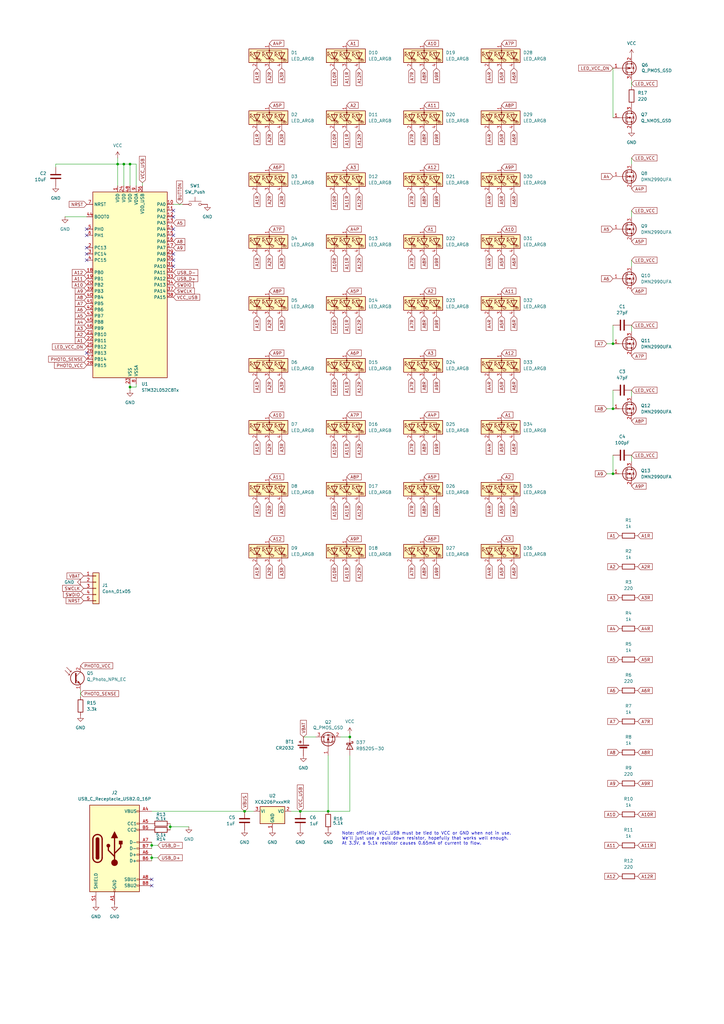
<source format=kicad_sch>
(kicad_sch (version 20250114) (generator "eeschema") (generator_version "9.0")
  (paper "A3" portrait)
  (text "Note: officially VCC_USB must be tied to VCC or GND when not in use.\nWe'll just use a pull down resistor, hopefully that works well enough.\nAt 3.3V, a 5.1k resistor causes 0.65mA of current to flow." (at 140.208 343.916 0) (effects (font (size 1.27 1.27)) (justify left)))
  (junction (at 251.46 194.31))
  (junction (at 123.19 332.74))
  (junction (at 53.34 158.75))
  (junction (at 100.33 332.74))
  (junction (at 48.26 67.31))
  (junction (at 134.62 332.74))
  (junction (at 143.51 302.26))
  (junction (at 251.46 167.64))
  (junction (at 251.46 140.97))
  (junction (at 62.23 346.71))
  (junction (at 50.8 67.31))
  (junction (at 69.85 339.09))
  (junction (at 53.34 67.31))
  (junction (at 62.23 351.79))
  (no_connect (at 62.23 363.22))
  (no_connect (at 62.23 360.68))
  (no_connect (at 35.56 93.98))
  (no_connect (at 35.56 96.52))
  (no_connect (at 71.12 109.22))
  (no_connect (at 35.56 144.78))
  (no_connect (at 71.12 88.9))
  (no_connect (at 35.56 104.14))
  (no_connect (at 71.12 104.14))
  (no_connect (at 71.12 96.52))
  (no_connect (at 71.12 86.36))
  (no_connect (at 71.12 93.98))
  (no_connect (at 35.56 101.6))
  (no_connect (at 71.12 106.68))
  (no_connect (at 35.56 106.68))
  (wire (pts (xy 62.23 345.44) (xy 62.23 346.71)))
  (wire (pts (xy 251.46 27.94) (xy 251.46 48.26)))
  (wire (pts (xy 26.67 88.9) (xy 35.56 88.9)))
  (wire (pts (xy 22.86 67.31) (xy 48.26 67.31)))
  (wire (pts (xy 251.46 186.69) (xy 251.46 194.31)))
  (wire (pts (xy 248.92 167.64) (xy 251.46 167.64)))
  (wire (pts (xy 69.85 339.09) (xy 69.85 340.36)))
  (wire (pts (xy 58.42 74.93) (xy 58.42 76.2)))
  (wire (pts (xy 251.46 133.35) (xy 251.46 140.97)))
  (wire (pts (xy 62.23 332.74) (xy 100.33 332.74)))
  (wire (pts (xy 53.34 160.02) (xy 53.34 158.75)))
  (wire (pts (xy 55.88 158.75) (xy 55.88 157.48)))
  (wire (pts (xy 123.19 332.74) (xy 134.62 332.74)))
  (wire (pts (xy 77.47 339.09) (xy 69.85 339.09)))
  (wire (pts (xy 33.02 285.75) (xy 33.02 283.21)))
  (wire (pts (xy 248.92 194.31) (xy 251.46 194.31)))
  (wire (pts (xy 143.51 302.26) (xy 143.51 300.99)))
  (wire (pts (xy 248.92 140.97) (xy 251.46 140.97)))
  (wire (pts (xy 22.86 67.31) (xy 22.86 68.58)))
  (wire (pts (xy 62.23 350.52) (xy 62.23 351.79)))
  (wire (pts (xy 48.26 67.31) (xy 50.8 67.31)))
  (wire (pts (xy 100.33 332.74) (xy 104.14 332.74)))
  (wire (pts (xy 50.8 76.2) (xy 50.8 67.31)))
  (wire (pts (xy 259.08 33.02) (xy 259.08 35.56)))
  (wire (pts (xy 50.8 67.31) (xy 53.34 67.31)))
  (wire (pts (xy 62.23 346.71) (xy 62.23 347.98)))
  (wire (pts (xy 134.62 309.88) (xy 134.62 332.74)))
  (wire (pts (xy 62.23 351.79) (xy 64.77 351.79)))
  (wire (pts (xy 251.46 160.02) (xy 251.46 167.64)))
  (wire (pts (xy 69.85 339.09) (xy 69.85 337.82)))
  (wire (pts (xy 259.08 106.68) (xy 259.08 109.22)))
  (wire (pts (xy 259.08 186.69) (xy 259.08 189.23)))
  (wire (pts (xy 53.34 67.31) (xy 55.88 67.31)))
  (wire (pts (xy 62.23 351.79) (xy 62.23 353.06)))
  (wire (pts (xy 55.88 67.31) (xy 55.88 76.2)))
  (wire (pts (xy 259.08 133.35) (xy 259.08 135.89)))
  (wire (pts (xy 119.38 332.74) (xy 123.19 332.74)))
  (wire (pts (xy 143.51 309.88) (xy 143.51 332.74)))
  (wire (pts (xy 53.34 158.75) (xy 55.88 158.75)))
  (wire (pts (xy 48.26 67.31) (xy 48.26 64.77)))
  (wire (pts (xy 259.08 160.02) (xy 259.08 162.56)))
  (wire (pts (xy 62.23 346.71) (xy 64.77 346.71)))
  (wire (pts (xy 259.08 86.36) (xy 259.08 88.9)))
  (wire (pts (xy 259.08 64.77) (xy 259.08 67.31)))
  (wire (pts (xy 143.51 332.74) (xy 134.62 332.74)))
  (wire (pts (xy 53.34 158.75) (xy 53.34 157.48)))
  (wire (pts (xy 139.7 302.26) (xy 143.51 302.26)))
  (wire (pts (xy 124.46 302.26) (xy 129.54 302.26)))
  (wire (pts (xy 48.26 67.31) (xy 48.26 76.2)))
  (wire (pts (xy 71.12 83.82) (xy 74.93 83.82)))
  (wire (pts (xy 53.34 76.2) (xy 53.34 67.31)))
  (global_label "A4P" (shape input) (at 259.08 77.47 0) (property "Intersheetrefs" "${INTERSHEET_REFS}" (effects (hide yes))))
  (global_label "A12R" (shape input) (at 147.32 53.34 270) (property "Intersheetrefs" "${INTERSHEET_REFS}" (effects (hide yes))))
  (global_label "A9R" (shape input) (at 179.07 53.34 270) (property "Intersheetrefs" "${INTERSHEET_REFS}" (effects (hide yes))))
  (global_label "A1" (shape input) (at 205.74 170.18 0) (property "Intersheetrefs" "${INTERSHEET_REFS}" (effects (hide yes))))
  (global_label "LED_VCC" (shape input) (at 259.08 160.02 0) (property "Intersheetrefs" "${INTERSHEET_REFS}" (effects (hide yes))))
  (global_label "A3" (shape input) (at 205.74 220.98 0) (property "Intersheetrefs" "${INTERSHEET_REFS}" (effects (hide yes))))
  (global_label "A8" (shape input) (at 248.92 167.64 180) (property "Intersheetrefs" "${INTERSHEET_REFS}" (effects (hide yes))))
  (global_label "A7R" (shape input) (at 168.91 180.34 270) (property "Intersheetrefs" "${INTERSHEET_REFS}" (effects (hide yes))))
  (global_label "LED_VCC" (shape input) (at 259.08 133.35 0) (property "Intersheetrefs" "${INTERSHEET_REFS}" (effects (hide yes))))
  (global_label "A2" (shape input) (at 173.99 119.38 0) (property "Intersheetrefs" "${INTERSHEET_REFS}" (effects (hide yes))))
  (global_label "A8R" (shape input) (at 173.99 129.54 270) (property "Intersheetrefs" "${INTERSHEET_REFS}" (effects (hide yes))))
  (global_label "VCC_USB" (shape input) (at 123.19 332.74 90) (property "Intersheetrefs" "${INTERSHEET_REFS}" (effects (hide yes))))
  (global_label "VCC_USB" (shape input) (at 58.42 74.93 90) (property "Intersheetrefs" "${INTERSHEET_REFS}" (effects (hide yes))))
  (global_label "A7P" (shape input) (at 205.74 17.78 0) (property "Intersheetrefs" "${INTERSHEET_REFS}" (effects (hide yes))))
  (global_label "A1R" (shape input) (at 105.41 205.74 270) (property "Intersheetrefs" "${INTERSHEET_REFS}" (effects (hide yes))))
  (global_label "LED_VCC" (shape input) (at 259.08 106.68 0) (property "Intersheetrefs" "${INTERSHEET_REFS}" (effects (hide yes))))
  (global_label "USB_D+" (shape input) (at 71.12 114.3 0) (property "Intersheetrefs" "${INTERSHEET_REFS}" (effects (hide yes))))
  (global_label "NRST" (shape input) (at 35.56 83.82 180) (property "Intersheetrefs" "${INTERSHEET_REFS}" (effects (hide yes))))
  (global_label "A6P" (shape input) (at 173.99 220.98 0) (property "Intersheetrefs" "${INTERSHEET_REFS}" (effects (hide yes))))
  (global_label "A9" (shape input) (at 254 321.31 180) (property "Intersheetrefs" "${INTERSHEET_REFS}" (effects (hide yes))))
  (global_label "A5R" (shape input) (at 205.74 154.94 270) (property "Intersheetrefs" "${INTERSHEET_REFS}" (effects (hide yes))))
  (global_label "A1R" (shape input) (at 105.41 129.54 270) (property "Intersheetrefs" "${INTERSHEET_REFS}" (effects (hide yes))))
  (global_label "A4R" (shape input) (at 200.66 78.74 270) (property "Intersheetrefs" "${INTERSHEET_REFS}" (effects (hide yes))))
  (global_label "A7R" (shape input) (at 168.91 104.14 270) (property "Intersheetrefs" "${INTERSHEET_REFS}" (effects (hide yes))))
  (global_label "A10R" (shape input) (at 261.62 334.01 0) (property "Intersheetrefs" "${INTERSHEET_REFS}" (effects (hide yes))))
  (global_label "A7R" (shape input) (at 168.91 129.54 270) (property "Intersheetrefs" "${INTERSHEET_REFS}" (effects (hide yes))))
  (global_label "A9" (shape input) (at 71.12 101.6 0) (property "Intersheetrefs" "${INTERSHEET_REFS}" (effects (hide yes))))
  (global_label "A8R" (shape input) (at 173.99 205.74 270) (property "Intersheetrefs" "${INTERSHEET_REFS}" (effects (hide yes))))
  (global_label "A12" (shape input) (at 110.49 220.98 0) (property "Intersheetrefs" "${INTERSHEET_REFS}" (effects (hide yes))))
  (global_label "A3R" (shape input) (at 115.57 53.34 270) (property "Intersheetrefs" "${INTERSHEET_REFS}" (effects (hide yes))))
  (global_label "A5R" (shape input) (at 205.74 205.74 270) (property "Intersheetrefs" "${INTERSHEET_REFS}" (effects (hide yes))))
  (global_label "A8P" (shape input) (at 142.24 195.58 0) (property "Intersheetrefs" "${INTERSHEET_REFS}" (effects (hide yes))))
  (global_label "A10R" (shape input) (at 137.16 180.34 270) (property "Intersheetrefs" "${INTERSHEET_REFS}" (effects (hide yes))))
  (global_label "A3" (shape input) (at 142.24 68.58 0) (property "Intersheetrefs" "${INTERSHEET_REFS}" (effects (hide yes))))
  (global_label "A9R" (shape input) (at 179.07 180.34 270) (property "Intersheetrefs" "${INTERSHEET_REFS}" (effects (hide yes))))
  (global_label "PHOTO_SENSE" (shape input) (at 35.56 147.32 180) (property "Intersheetrefs" "${INTERSHEET_REFS}" (effects (hide yes))))
  (global_label "A9P" (shape input) (at 110.49 144.78 0) (property "Intersheetrefs" "${INTERSHEET_REFS}" (effects (hide yes))))
  (global_label "A3" (shape input) (at 254 245.11 180) (property "Intersheetrefs" "${INTERSHEET_REFS}" (effects (hide yes))))
  (global_label "A8R" (shape input) (at 173.99 27.94 270) (property "Intersheetrefs" "${INTERSHEET_REFS}" (effects (hide yes))))
  (global_label "A10" (shape input) (at 35.56 116.84 180) (property "Intersheetrefs" "${INTERSHEET_REFS}" (effects (hide yes))))
  (global_label "A10" (shape input) (at 254 334.01 180) (property "Intersheetrefs" "${INTERSHEET_REFS}" (effects (hide yes))))
  (global_label "VBAT" (shape input) (at 124.46 302.26 90) (property "Intersheetrefs" "${INTERSHEET_REFS}" (effects (hide yes))))
  (global_label "A10R" (shape input) (at 137.16 78.74 270) (property "Intersheetrefs" "${INTERSHEET_REFS}" (effects (hide yes))))
  (global_label "A5R" (shape input) (at 205.74 104.14 270) (property "Intersheetrefs" "${INTERSHEET_REFS}" (effects (hide yes))))
  (global_label "A8R" (shape input) (at 173.99 231.14 270) (property "Intersheetrefs" "${INTERSHEET_REFS}" (effects (hide yes))))
  (global_label "A6P" (shape input) (at 259.08 119.38 0) (property "Intersheetrefs" "${INTERSHEET_REFS}" (effects (hide yes))))
  (global_label "A5P" (shape input) (at 142.24 119.38 0) (property "Intersheetrefs" "${INTERSHEET_REFS}" (effects (hide yes))))
  (global_label "LED_VCC_ON" (shape input) (at 35.56 142.24 180) (property "Intersheetrefs" "${INTERSHEET_REFS}" (effects (hide yes))))
  (global_label "A11R" (shape input) (at 142.24 231.14 270) (property "Intersheetrefs" "${INTERSHEET_REFS}" (effects (hide yes))))
  (global_label "A5" (shape input) (at 35.56 129.54 180) (property "Intersheetrefs" "${INTERSHEET_REFS}" (effects (hide yes))))
  (global_label "A4R" (shape input) (at 200.66 104.14 270) (property "Intersheetrefs" "${INTERSHEET_REFS}" (effects (hide yes))))
  (global_label "A4R" (shape input) (at 200.66 180.34 270) (property "Intersheetrefs" "${INTERSHEET_REFS}" (effects (hide yes))))
  (global_label "A7R" (shape input) (at 168.91 154.94 270) (property "Intersheetrefs" "${INTERSHEET_REFS}" (effects (hide yes))))
  (global_label "A10" (shape input) (at 110.49 170.18 0) (property "Intersheetrefs" "${INTERSHEET_REFS}" (effects (hide yes))))
  (global_label "A8P" (shape input) (at 259.08 172.72 0) (property "Intersheetrefs" "${INTERSHEET_REFS}" (effects (hide yes))))
  (global_label "A5R" (shape input) (at 205.74 129.54 270) (property "Intersheetrefs" "${INTERSHEET_REFS}" (effects (hide yes))))
  (global_label "A3" (shape input) (at 173.99 144.78 0) (property "Intersheetrefs" "${INTERSHEET_REFS}" (effects (hide yes))))
  (global_label "A7" (shape input) (at 254 295.91 180) (property "Intersheetrefs" "${INTERSHEET_REFS}" (effects (hide yes))))
  (global_label "A1R" (shape input) (at 105.41 27.94 270) (property "Intersheetrefs" "${INTERSHEET_REFS}" (effects (hide yes))))
  (global_label "A3R" (shape input) (at 115.57 104.14 270) (property "Intersheetrefs" "${INTERSHEET_REFS}" (effects (hide yes))))
  (global_label "A8R" (shape input) (at 173.99 104.14 270) (property "Intersheetrefs" "${INTERSHEET_REFS}" (effects (hide yes))))
  (global_label "VCC_USB" (shape input) (at 71.12 121.92 0) (property "Intersheetrefs" "${INTERSHEET_REFS}" (effects (hide yes))))
  (global_label "A12R" (shape input) (at 147.32 78.74 270) (property "Intersheetrefs" "${INTERSHEET_REFS}" (effects (hide yes))))
  (global_label "A8" (shape input) (at 254 308.61 180) (property "Intersheetrefs" "${INTERSHEET_REFS}" (effects (hide yes))))
  (global_label "A7R" (shape input) (at 168.91 27.94 270) (property "Intersheetrefs" "${INTERSHEET_REFS}" (effects (hide yes))))
  (global_label "A9R" (shape input) (at 179.07 78.74 270) (property "Intersheetrefs" "${INTERSHEET_REFS}" (effects (hide yes))))
  (global_label "A4P" (shape input) (at 110.49 17.78 0) (property "Intersheetrefs" "${INTERSHEET_REFS}" (effects (hide yes))))
  (global_label "A1" (shape input) (at 173.99 93.98 0) (property "Intersheetrefs" "${INTERSHEET_REFS}" (effects (hide yes))))
  (global_label "A6" (shape input) (at 35.56 127 180) (property "Intersheetrefs" "${INTERSHEET_REFS}" (effects (hide yes))))
  (global_label "A1R" (shape input) (at 105.41 231.14 270) (property "Intersheetrefs" "${INTERSHEET_REFS}" (effects (hide yes))))
  (global_label "A3R" (shape input) (at 115.57 205.74 270) (property "Intersheetrefs" "${INTERSHEET_REFS}" (effects (hide yes))))
  (global_label "A7R" (shape input) (at 261.62 295.91 0) (property "Intersheetrefs" "${INTERSHEET_REFS}" (effects (hide yes))))
  (global_label "SWDIO" (shape input) (at 34.29 243.84 180) (property "Intersheetrefs" "${INTERSHEET_REFS}" (effects (hide yes))))
  (global_label "LED_VCC" (shape input) (at 259.08 86.36 0) (property "Intersheetrefs" "${INTERSHEET_REFS}" (effects (hide yes))))
  (global_label "A12R" (shape input) (at 147.32 129.54 270) (property "Intersheetrefs" "${INTERSHEET_REFS}" (effects (hide yes))))
  (global_label "VBAT" (shape input) (at 34.29 236.22 180) (property "Intersheetrefs" "${INTERSHEET_REFS}" (effects (hide yes))))
  (global_label "A10" (shape input) (at 205.74 93.98 0) (property "Intersheetrefs" "${INTERSHEET_REFS}" (effects (hide yes))))
  (global_label "A3R" (shape input) (at 261.62 245.11 0) (property "Intersheetrefs" "${INTERSHEET_REFS}" (effects (hide yes))))
  (global_label "A5P" (shape input) (at 110.49 43.18 0) (property "Intersheetrefs" "${INTERSHEET_REFS}" (effects (hide yes))))
  (global_label "A9R" (shape input) (at 179.07 129.54 270) (property "Intersheetrefs" "${INTERSHEET_REFS}" (effects (hide yes))))
  (global_label "A8" (shape input) (at 71.12 99.06 0) (property "Intersheetrefs" "${INTERSHEET_REFS}" (effects (hide yes))))
  (global_label "A2R" (shape input) (at 261.62 232.41 0) (property "Intersheetrefs" "${INTERSHEET_REFS}" (effects (hide yes))))
  (global_label "A5" (shape input) (at 71.12 91.44 0) (property "Intersheetrefs" "${INTERSHEET_REFS}" (effects (hide yes))))
  (global_label "A8" (shape input) (at 35.56 121.92 180) (property "Intersheetrefs" "${INTERSHEET_REFS}" (effects (hide yes))))
  (global_label "A5P" (shape input) (at 259.08 99.06 0) (property "Intersheetrefs" "${INTERSHEET_REFS}" (effects (hide yes))))
  (global_label "A8P" (shape input) (at 110.49 119.38 0) (property "Intersheetrefs" "${INTERSHEET_REFS}" (effects (hide yes))))
  (global_label "A3R" (shape input) (at 115.57 180.34 270) (property "Intersheetrefs" "${INTERSHEET_REFS}" (effects (hide yes))))
  (global_label "A12" (shape input) (at 35.56 111.76 180) (property "Intersheetrefs" "${INTERSHEET_REFS}" (effects (hide yes))))
  (global_label "A6P" (shape input) (at 110.49 68.58 0) (property "Intersheetrefs" "${INTERSHEET_REFS}" (effects (hide yes))))
  (global_label "A12R" (shape input) (at 147.32 27.94 270) (property "Intersheetrefs" "${INTERSHEET_REFS}" (effects (hide yes))))
  (global_label "A5R" (shape input) (at 205.74 53.34 270) (property "Intersheetrefs" "${INTERSHEET_REFS}" (effects (hide yes))))
  (global_label "A7R" (shape input) (at 168.91 231.14 270) (property "Intersheetrefs" "${INTERSHEET_REFS}" (effects (hide yes))))
  (global_label "A7P" (shape input) (at 110.49 93.98 0) (property "Intersheetrefs" "${INTERSHEET_REFS}" (effects (hide yes))))
  (global_label "A1" (shape input) (at 142.24 17.78 0) (property "Intersheetrefs" "${INTERSHEET_REFS}" (effects (hide yes))))
  (global_label "A5R" (shape input) (at 205.74 78.74 270) (property "Intersheetrefs" "${INTERSHEET_REFS}" (effects (hide yes))))
  (global_label "A1R" (shape input) (at 105.41 154.94 270) (property "Intersheetrefs" "${INTERSHEET_REFS}" (effects (hide yes))))
  (global_label "A6R" (shape input) (at 210.82 129.54 270) (property "Intersheetrefs" "${INTERSHEET_REFS}" (effects (hide yes))))
  (global_label "A4R" (shape input) (at 200.66 129.54 270) (property "Intersheetrefs" "${INTERSHEET_REFS}" (effects (hide yes))))
  (global_label "A11R" (shape input) (at 142.24 205.74 270) (property "Intersheetrefs" "${INTERSHEET_REFS}" (effects (hide yes))))
  (global_label "A9P" (shape input) (at 259.08 199.39 0) (property "Intersheetrefs" "${INTERSHEET_REFS}" (effects (hide yes))))
  (global_label "A2R" (shape input) (at 110.49 53.34 270) (property "Intersheetrefs" "${INTERSHEET_REFS}" (effects (hide yes))))
  (global_label "A12R" (shape input) (at 261.62 359.41 0) (property "Intersheetrefs" "${INTERSHEET_REFS}" (effects (hide yes))))
  (global_label "A1R" (shape input) (at 261.62 219.71 0) (property "Intersheetrefs" "${INTERSHEET_REFS}" (effects (hide yes))))
  (global_label "A9" (shape input) (at 248.92 194.31 180) (property "Intersheetrefs" "${INTERSHEET_REFS}" (effects (hide yes))))
  (global_label "A4P" (shape input) (at 142.24 93.98 0) (property "Intersheetrefs" "${INTERSHEET_REFS}" (effects (hide yes))))
  (global_label "A9R" (shape input) (at 179.07 205.74 270) (property "Intersheetrefs" "${INTERSHEET_REFS}" (effects (hide yes))))
  (global_label "A11R" (shape input) (at 142.24 154.94 270) (property "Intersheetrefs" "${INTERSHEET_REFS}" (effects (hide yes))))
  (global_label "A2R" (shape input) (at 110.49 104.14 270) (property "Intersheetrefs" "${INTERSHEET_REFS}" (effects (hide yes))))
  (global_label "A4R" (shape input) (at 200.66 205.74 270) (property "Intersheetrefs" "${INTERSHEET_REFS}" (effects (hide yes))))
  (global_label "A1R" (shape input) (at 105.41 78.74 270) (property "Intersheetrefs" "${INTERSHEET_REFS}" (effects (hide yes))))
  (global_label "A11" (shape input) (at 205.74 119.38 0) (property "Intersheetrefs" "${INTERSHEET_REFS}" (effects (hide yes))))
  (global_label "A4R" (shape input) (at 200.66 27.94 270) (property "Intersheetrefs" "${INTERSHEET_REFS}" (effects (hide yes))))
  (global_label "A9P" (shape input) (at 142.24 220.98 0) (property "Intersheetrefs" "${INTERSHEET_REFS}" (effects (hide yes))))
  (global_label "A6P" (shape input) (at 142.24 144.78 0) (property "Intersheetrefs" "${INTERSHEET_REFS}" (effects (hide yes))))
  (global_label "A4" (shape input) (at 35.56 132.08 180) (property "Intersheetrefs" "${INTERSHEET_REFS}" (effects (hide yes))))
  (global_label "A4" (shape input) (at 254 257.81 180) (property "Intersheetrefs" "${INTERSHEET_REFS}" (effects (hide yes))))
  (global_label "A8R" (shape input) (at 173.99 53.34 270) (property "Intersheetrefs" "${INTERSHEET_REFS}" (effects (hide yes))))
  (global_label "A2R" (shape input) (at 110.49 231.14 270) (property "Intersheetrefs" "${INTERSHEET_REFS}" (effects (hide yes))))
  (global_label "A12" (shape input) (at 205.74 144.78 0) (property "Intersheetrefs" "${INTERSHEET_REFS}" (effects (hide yes))))
  (global_label "PHOTO_SENSE" (shape input) (at 33.02 284.48 0) (property "Intersheetrefs" "${INTERSHEET_REFS}" (effects (hide yes))))
  (global_label "A8R" (shape input) (at 261.62 308.61 0) (property "Intersheetrefs" "${INTERSHEET_REFS}" (effects (hide yes))))
  (global_label "A3R" (shape input) (at 115.57 129.54 270) (property "Intersheetrefs" "${INTERSHEET_REFS}" (effects (hide yes))))
  (global_label "A7P" (shape input) (at 142.24 170.18 0) (property "Intersheetrefs" "${INTERSHEET_REFS}" (effects (hide yes))))
  (global_label "A6R" (shape input) (at 210.82 180.34 270) (property "Intersheetrefs" "${INTERSHEET_REFS}" (effects (hide yes))))
  (global_label "A2" (shape input) (at 35.56 137.16 180) (property "Intersheetrefs" "${INTERSHEET_REFS}" (effects (hide yes))))
  (global_label "A12R" (shape input) (at 147.32 154.94 270) (property "Intersheetrefs" "${INTERSHEET_REFS}" (effects (hide yes))))
  (global_label "A7R" (shape input) (at 168.91 53.34 270) (property "Intersheetrefs" "${INTERSHEET_REFS}" (effects (hide yes))))
  (global_label "A2R" (shape input) (at 110.49 154.94 270) (property "Intersheetrefs" "${INTERSHEET_REFS}" (effects (hide yes))))
  (global_label "NRST" (shape input) (at 34.29 246.38 180) (property "Intersheetrefs" "${INTERSHEET_REFS}" (effects (hide yes))))
  (global_label "A8P" (shape input) (at 205.74 43.18 0) (property "Intersheetrefs" "${INTERSHEET_REFS}" (effects (hide yes))))
  (global_label "LED_VCC" (shape input) (at 259.08 34.29 0) (property "Intersheetrefs" "${INTERSHEET_REFS}" (effects (hide yes))))
  (global_label "A10R" (shape input) (at 137.16 129.54 270) (property "Intersheetrefs" "${INTERSHEET_REFS}" (effects (hide yes))))
  (global_label "A12" (shape input) (at 173.99 68.58 0) (property "Intersheetrefs" "${INTERSHEET_REFS}" (effects (hide yes))))
  (global_label "A3" (shape input) (at 35.56 134.62 180) (property "Intersheetrefs" "${INTERSHEET_REFS}" (effects (hide yes))))
  (global_label "A11" (shape input) (at 110.49 195.58 0) (property "Intersheetrefs" "${INTERSHEET_REFS}" (effects (hide yes))))
  (global_label "A6" (shape input) (at 254 283.21 180) (property "Intersheetrefs" "${INTERSHEET_REFS}" (effects (hide yes))))
  (global_label "A3R" (shape input) (at 115.57 27.94 270) (property "Intersheetrefs" "${INTERSHEET_REFS}" (effects (hide yes))))
  (global_label "A3R" (shape input) (at 115.57 78.74 270) (property "Intersheetrefs" "${INTERSHEET_REFS}" (effects (hide yes))))
  (global_label "A11R" (shape input) (at 142.24 78.74 270) (property "Intersheetrefs" "${INTERSHEET_REFS}" (effects (hide yes))))
  (global_label "A9" (shape input) (at 35.56 119.38 180) (property "Intersheetrefs" "${INTERSHEET_REFS}" (effects (hide yes))))
  (global_label "A5" (shape input) (at 254 270.51 180) (property "Intersheetrefs" "${INTERSHEET_REFS}" (effects (hide yes))))
  (global_label "PHOTO_VCC" (shape input) (at 35.56 149.86 180) (property "Intersheetrefs" "${INTERSHEET_REFS}" (effects (hide yes))))
  (global_label "A6R" (shape input) (at 210.82 205.74 270) (property "Intersheetrefs" "${INTERSHEET_REFS}" (effects (hide yes))))
  (global_label "A2" (shape input) (at 205.74 195.58 0) (property "Intersheetrefs" "${INTERSHEET_REFS}" (effects (hide yes))))
  (global_label "A9R" (shape input) (at 179.07 231.14 270) (property "Intersheetrefs" "${INTERSHEET_REFS}" (effects (hide yes))))
  (global_label "A12R" (shape input) (at 147.32 104.14 270) (property "Intersheetrefs" "${INTERSHEET_REFS}" (effects (hide yes))))
  (global_label "A7" (shape input) (at 248.92 140.97 180) (property "Intersheetrefs" "${INTERSHEET_REFS}" (effects (hide yes))))
  (global_label "A9P" (shape input) (at 205.74 68.58 0) (property "Intersheetrefs" "${INTERSHEET_REFS}" (effects (hide yes))))
  (global_label "A2R" (shape input) (at 110.49 27.94 270) (property "Intersheetrefs" "${INTERSHEET_REFS}" (effects (hide yes))))
  (global_label "A6R" (shape input) (at 210.82 78.74 270) (property "Intersheetrefs" "${INTERSHEET_REFS}" (effects (hide yes))))
  (global_label "A10R" (shape input) (at 137.16 154.94 270) (property "Intersheetrefs" "${INTERSHEET_REFS}" (effects (hide yes))))
  (global_label "A5R" (shape input) (at 205.74 27.94 270) (property "Intersheetrefs" "${INTERSHEET_REFS}" (effects (hide yes))))
  (global_label "A2R" (shape input) (at 110.49 129.54 270) (property "Intersheetrefs" "${INTERSHEET_REFS}" (effects (hide yes))))
  (global_label "A2R" (shape input) (at 110.49 205.74 270) (property "Intersheetrefs" "${INTERSHEET_REFS}" (effects (hide yes))))
  (global_label "A6R" (shape input) (at 261.62 283.21 0) (property "Intersheetrefs" "${INTERSHEET_REFS}" (effects (hide yes))))
  (global_label "LED_VCC" (shape input) (at 259.08 64.77 0) (property "Intersheetrefs" "${INTERSHEET_REFS}" (effects (hide yes))))
  (global_label "A5" (shape input) (at 251.46 93.98 180) (property "Intersheetrefs" "${INTERSHEET_REFS}" (effects (hide yes))))
  (global_label "A4P" (shape input) (at 173.99 170.18 0) (property "Intersheetrefs" "${INTERSHEET_REFS}" (effects (hide yes))))
  (global_label "A12" (shape input) (at 254 359.41 180) (property "Intersheetrefs" "${INTERSHEET_REFS}" (effects (hide yes))))
  (global_label "A3R" (shape input) (at 115.57 231.14 270) (property "Intersheetrefs" "${INTERSHEET_REFS}" (effects (hide yes))))
  (global_label "A8R" (shape input) (at 173.99 154.94 270) (property "Intersheetrefs" "${INTERSHEET_REFS}" (effects (hide yes))))
  (global_label "A10R" (shape input) (at 137.16 53.34 270) (property "Intersheetrefs" "${INTERSHEET_REFS}" (effects (hide yes))))
  (global_label "A5R" (shape input) (at 205.74 231.14 270) (property "Intersheetrefs" "${INTERSHEET_REFS}" (effects (hide yes))))
  (global_label "A5R" (shape input) (at 205.74 180.34 270) (property "Intersheetrefs" "${INTERSHEET_REFS}" (effects (hide yes))))
  (global_label "A7R" (shape input) (at 168.91 78.74 270) (property "Intersheetrefs" "${INTERSHEET_REFS}" (effects (hide yes))))
  (global_label "A10R" (shape input) (at 137.16 231.14 270) (property "Intersheetrefs" "${INTERSHEET_REFS}" (effects (hide yes))))
  (global_label "A10" (shape input) (at 173.99 17.78 0) (property "Intersheetrefs" "${INTERSHEET_REFS}" (effects (hide yes))))
  (global_label "A2R" (shape input) (at 110.49 180.34 270) (property "Intersheetrefs" "${INTERSHEET_REFS}" (effects (hide yes))))
  (global_label "USB_D-" (shape input) (at 71.12 111.76 0) (property "Intersheetrefs" "${INTERSHEET_REFS}" (effects (hide yes))))
  (global_label "SWDIO" (shape input) (at 71.12 116.84 0) (property "Intersheetrefs" "${INTERSHEET_REFS}" (effects (hide yes))))
  (global_label "A1R" (shape input) (at 105.41 53.34 270) (property "Intersheetrefs" "${INTERSHEET_REFS}" (effects (hide yes))))
  (global_label "A8R" (shape input) (at 173.99 180.34 270) (property "Intersheetrefs" "${INTERSHEET_REFS}" (effects (hide yes))))
  (global_label "A4R" (shape input) (at 200.66 231.14 270) (property "Intersheetrefs" "${INTERSHEET_REFS}" (effects (hide yes))))
  (global_label "A9R" (shape input) (at 179.07 154.94 270) (property "Intersheetrefs" "${INTERSHEET_REFS}" (effects (hide yes))))
  (global_label "LED_VCC" (shape input) (at 259.08 186.69 0) (property "Intersheetrefs" "${INTERSHEET_REFS}" (effects (hide yes))))
  (global_label "A6" (shape input) (at 251.46 114.3 180) (property "Intersheetrefs" "${INTERSHEET_REFS}" (effects (hide yes))))
  (global_label "A4R" (shape input) (at 200.66 53.34 270) (property "Intersheetrefs" "${INTERSHEET_REFS}" (effects (hide yes))))
  (global_label "A4R" (shape input) (at 200.66 154.94 270) (property "Intersheetrefs" "${INTERSHEET_REFS}" (effects (hide yes))))
  (global_label "A2" (shape input) (at 142.24 43.18 0) (property "Intersheetrefs" "${INTERSHEET_REFS}" (effects (hide yes))))
  (global_label "A10R" (shape input) (at 137.16 205.74 270) (property "Intersheetrefs" "${INTERSHEET_REFS}" (effects (hide yes))))
  (global_label "A4R" (shape input) (at 261.62 257.81 0) (property "Intersheetrefs" "${INTERSHEET_REFS}" (effects (hide yes))))
  (global_label "A9R" (shape input) (at 179.07 27.94 270) (property "Intersheetrefs" "${INTERSHEET_REFS}" (effects (hide yes))))
  (global_label "A12R" (shape input) (at 147.32 231.14 270) (property "Intersheetrefs" "${INTERSHEET_REFS}" (effects (hide yes))))
  (global_label "A11" (shape input) (at 173.99 43.18 0) (property "Intersheetrefs" "${INTERSHEET_REFS}" (effects (hide yes))))
  (global_label "A10R" (shape input) (at 137.16 27.94 270) (property "Intersheetrefs" "${INTERSHEET_REFS}" (effects (hide yes))))
  (global_label "A11" (shape input) (at 35.56 114.3 180) (property "Intersheetrefs" "${INTERSHEET_REFS}" (effects (hide yes))))
  (global_label "A7" (shape input) (at 35.56 124.46 180) (property "Intersheetrefs" "${INTERSHEET_REFS}" (effects (hide yes))))
  (global_label "A12R" (shape input) (at 147.32 180.34 270) (property "Intersheetrefs" "${INTERSHEET_REFS}" (effects (hide yes))))
  (global_label "A9R" (shape input) (at 261.62 321.31 0) (property "Intersheetrefs" "${INTERSHEET_REFS}" (effects (hide yes))))
  (global_label "BUTTON" (shape input) (at 73.66 83.82 90) (property "Intersheetrefs" "${INTERSHEET_REFS}" (effects (hide yes))))
  (global_label "A1R" (shape input) (at 105.41 104.14 270) (property "Intersheetrefs" "${INTERSHEET_REFS}" (effects (hide yes))))
  (global_label "A11R" (shape input) (at 142.24 180.34 270) (property "Intersheetrefs" "${INTERSHEET_REFS}" (effects (hide yes))))
  (global_label "A6R" (shape input) (at 210.82 154.94 270) (property "Intersheetrefs" "${INTERSHEET_REFS}" (effects (hide yes))))
  (global_label "VBUS" (shape input) (at 100.33 332.74 90) (property "Intersheetrefs" "${INTERSHEET_REFS}" (effects (hide yes))))
  (global_label "A11R" (shape input) (at 261.62 346.71 0) (property "Intersheetrefs" "${INTERSHEET_REFS}" (effects (hide yes))))
  (global_label "A11R" (shape input) (at 142.24 104.14 270) (property "Intersheetrefs" "${INTERSHEET_REFS}" (effects (hide yes))))
  (global_label "A1R" (shape input) (at 105.41 180.34 270) (property "Intersheetrefs" "${INTERSHEET_REFS}" (effects (hide yes))))
  (global_label "USB_D+" (shape input) (at 64.77 351.79 0) (property "Intersheetrefs" "${INTERSHEET_REFS}" (effects (hide yes))))
  (global_label "A5R" (shape input) (at 261.62 270.51 0) (property "Intersheetrefs" "${INTERSHEET_REFS}" (effects (hide yes))))
  (global_label "SWCLK" (shape input) (at 34.29 241.3 180) (property "Intersheetrefs" "${INTERSHEET_REFS}" (effects (hide yes))))
  (global_label "A11R" (shape input) (at 142.24 27.94 270) (property "Intersheetrefs" "${INTERSHEET_REFS}" (effects (hide yes))))
  (global_label "A11" (shape input) (at 254 346.71 180) (property "Intersheetrefs" "${INTERSHEET_REFS}" (effects (hide yes))))
  (global_label "PHOTO_VCC" (shape input) (at 33.02 273.05 0) (property "Intersheetrefs" "${INTERSHEET_REFS}" (effects (hide yes))))
  (global_label "A6R" (shape input) (at 210.82 104.14 270) (property "Intersheetrefs" "${INTERSHEET_REFS}" (effects (hide yes))))
  (global_label "A11R" (shape input) (at 142.24 129.54 270) (property "Intersheetrefs" "${INTERSHEET_REFS}" (effects (hide yes))))
  (global_label "A7R" (shape input) (at 168.91 205.74 270) (property "Intersheetrefs" "${INTERSHEET_REFS}" (effects (hide yes))))
  (global_label "A9R" (shape input) (at 179.07 104.14 270) (property "Intersheetrefs" "${INTERSHEET_REFS}" (effects (hide yes))))
  (global_label "A1" (shape input) (at 254 219.71 180) (property "Intersheetrefs" "${INTERSHEET_REFS}" (effects (hide yes))))
  (global_label "A11R" (shape input) (at 142.24 53.34 270) (property "Intersheetrefs" "${INTERSHEET_REFS}" (effects (hide yes))))
  (global_label "A12R" (shape input) (at 147.32 205.74 270) (property "Intersheetrefs" "${INTERSHEET_REFS}" (effects (hide yes))))
  (global_label "A3R" (shape input) (at 115.57 154.94 270) (property "Intersheetrefs" "${INTERSHEET_REFS}" (effects (hide yes))))
  (global_label "A6R" (shape input) (at 210.82 27.94 270) (property "Intersheetrefs" "${INTERSHEET_REFS}" (effects (hide yes))))
  (global_label "A5P" (shape input) (at 173.99 195.58 0) (property "Intersheetrefs" "${INTERSHEET_REFS}" (effects (hide yes))))
  (global_label "A6R" (shape input) (at 210.82 231.14 270) (property "Intersheetrefs" "${INTERSHEET_REFS}" (effects (hide yes))))
  (global_label "SWCLK" (shape input) (at 71.12 119.38 0) (property "Intersheetrefs" "${INTERSHEET_REFS}" (effects (hide yes))))
  (global_label "USB_D-" (shape input) (at 64.77 346.71 0) (property "Intersheetrefs" "${INTERSHEET_REFS}" (effects (hide yes))))
  (global_label "A2" (shape input) (at 254 232.41 180) (property "Intersheetrefs" "${INTERSHEET_REFS}" (effects (hide yes))))
  (global_label "A4" (shape input) (at 251.46 72.39 180) (property "Intersheetrefs" "${INTERSHEET_REFS}" (effects (hide yes))))
  (global_label "A8R" (shape input) (at 173.99 78.74 270) (property "Intersheetrefs" "${INTERSHEET_REFS}" (effects (hide yes))))
  (global_label "A6R" (shape input) (at 210.82 53.34 270) (property "Intersheetrefs" "${INTERSHEET_REFS}" (effects (hide yes))))
  (global_label "A10R" (shape input) (at 137.16 104.14 270) (property "Intersheetrefs" "${INTERSHEET_REFS}" (effects (hide yes))))
  (global_label "A7P" (shape input) (at 259.08 146.05 0) (property "Intersheetrefs" "${INTERSHEET_REFS}" (effects (hide yes))))
  (global_label "A2R" (shape input) (at 110.49 78.74 270) (property "Intersheetrefs" "${INTERSHEET_REFS}" (effects (hide yes))))
  (global_label "LED_VCC_ON" (shape input) (at 251.46 27.94 180) (property "Intersheetrefs" "${INTERSHEET_REFS}" (effects (hide yes))))
  (global_label "A1" (shape input) (at 35.56 139.7 180) (property "Intersheetrefs" "${INTERSHEET_REFS}" (effects (hide yes))))
  (symbol (lib_id "Device:LED_ARGB") (at 142.24 99.06 90) (unit 1)
    (property "Reference" "D13" (at 151.13 97.7899 90) (effects (justify right)))
    (property "Value" "LED_ARGB" (at 151.13 100.3299 90) (effects (justify right)))
    (property "Footprint" "Custom:NH-Z1415RGBA-SG" (effects (hide yes)))
    (property "Description" "RGB LED, anode/red/green/blue" (effects (hide yes)))
    (property "LCSC" "C2874117" (effects (hide yes)))
  )
  (symbol (lib_id "Device:LED_ARGB") (at 205.74 73.66 90) (unit 1)
    (property "Reference" "D30" (at 214.63 72.3899 90) (effects (justify right)))
    (property "Value" "LED_ARGB" (at 214.63 74.9299 90) (effects (justify right)))
    (property "Footprint" "Custom:NH-Z1415RGBA-SG" (effects (hide yes)))
    (property "Description" "RGB LED, anode/red/green/blue" (effects (hide yes)))
    (property "LCSC" "C2874117" (effects (hide yes)))
  )
  (symbol (lib_id "Device:LED_ARGB") (at 173.99 149.86 90) (unit 1)
    (property "Reference" "D24" (at 182.88 148.5899 90) (effects (justify right)))
    (property "Value" "LED_ARGB" (at 182.88 151.1299 90) (effects (justify right)))
    (property "Footprint" "Custom:NH-Z1415RGBA-SG" (effects (hide yes)))
    (property "Description" "RGB LED, anode/red/green/blue" (effects (hide yes)))
    (property "LCSC" "C2874117" (effects (hide yes)))
  )
  (symbol (lib_id "Device:LED_ARGB") (at 205.74 99.06 90) (unit 1)
    (property "Reference" "D31" (at 214.63 97.7899 90) (effects (justify right)))
    (property "Value" "LED_ARGB" (at 214.63 100.3299 90) (effects (justify right)))
    (property "Footprint" "Custom:NH-Z1415RGBA-SG" (effects (hide yes)))
    (property "Description" "RGB LED, anode/red/green/blue" (effects (hide yes)))
    (property "LCSC" "C2874117" (effects (hide yes)))
  )
  (symbol (lib_id "Device:LED_ARGB") (at 142.24 226.06 90) (unit 1)
    (property "Reference" "D18" (at 151.13 224.7899 90) (effects (justify right)))
    (property "Value" "LED_ARGB" (at 151.13 227.3299 90) (effects (justify right)))
    (property "Footprint" "Custom:NH-Z1415RGBA-SG" (effects (hide yes)))
    (property "Description" "RGB LED, anode/red/green/blue" (effects (hide yes)))
    (property "LCSC" "C2874117" (effects (hide yes)))
  )
  (symbol (lib_id "Device:LED_ARGB") (at 110.49 149.86 90) (unit 1)
    (property "Reference" "D6" (at 119.38 148.5899 90) (effects (justify right)))
    (property "Value" "LED_ARGB" (at 119.38 151.1299 90) (effects (justify right)))
    (property "Footprint" "Custom:NH-Z1415RGBA-SG" (effects (hide yes)))
    (property "Description" "RGB LED, anode/red/green/blue" (effects (hide yes)))
    (property "LCSC" "C2874117" (effects (hide yes)))
  )
  (symbol (lib_id "Device:LED_ARGB") (at 205.74 175.26 90) (unit 1)
    (property "Reference" "D34" (at 214.63 173.9899 90) (effects (justify right)))
    (property "Value" "LED_ARGB" (at 214.63 176.5299 90) (effects (justify right)))
    (property "Footprint" "Custom:NH-Z1415RGBA-SG" (effects (hide yes)))
    (property "Description" "RGB LED, anode/red/green/blue" (effects (hide yes)))
    (property "LCSC" "C2874117" (effects (hide yes)))
  )
  (symbol (lib_id "Device:R") (at 66.04 337.82 90) (unit 1)
    (property "Reference" "R13" (at 66.04 334.01 90))
    (property "Value" "5.1k" (at 66.04 335.788 90))
    (property "Footprint" "Resistor_SMD:R_0402_1005Metric" (effects (hide yes)))
    (property "Description" "Resistor" (effects (hide yes)))
    (property "LCSC" "C25905" (effects (hide yes)))
  )
  (symbol (lib_id "power:GND") (at 39.37 370.84 0) (unit 1)
    (property "Reference" "#PWR06" (effects (hide yes)))
    (property "Value" "GND" (at 39.37 375.92 0))
    (property "Description" "Power symbol creates a global label with name \"GND\" , ground" (effects (hide yes)))
  )
  (symbol (lib_id "Device:R") (at 257.81 359.41 90) (unit 1)
    (property "Reference" "R12" (at 257.81 353.06 90))
    (property "Value" "220" (at 257.81 355.6 90))
    (property "Footprint" "Resistor_SMD:R_0402_1005Metric" (effects (hide yes)))
    (property "Description" "Resistor" (effects (hide yes)))
    (property "LCSC" "C25091" (effects (hide yes)))
  )
  (symbol (lib_id "Device:R") (at 33.02 289.56 0) (unit 1)
    (property "Reference" "R15" (at 35.56 288.2899 0) (effects (justify left)))
    (property "Value" "3.3k" (at 35.56 290.8299 0) (effects (justify left)))
    (property "Footprint" "Resistor_SMD:R_0402_1005Metric" (effects (hide yes)))
    (property "Description" "Resistor" (effects (hide yes)))
    (property "LCSC" "C25890" (effects (hide yes)))
  )
  (symbol (lib_id "Device:LED_ARGB") (at 173.99 22.86 90) (unit 1)
    (property "Reference" "D19" (at 182.88 21.5899 90) (effects (justify right)))
    (property "Value" "LED_ARGB" (at 182.88 24.1299 90) (effects (justify right)))
    (property "Footprint" "Custom:NH-Z1415RGBA-SG" (effects (hide yes)))
    (property "Description" "RGB LED, anode/red/green/blue" (effects (hide yes)))
    (property "LCSC" "C2874117" (effects (hide yes)))
  )
  (symbol (lib_id "Device:Q_Photo_NPN_EC") (at 30.48 278.13 0) (unit 1)
    (property "Reference" "Q5" (at 35.56 276.1106 0) (effects (justify left)))
    (property "Value" "Q_Photo_NPN_EC" (at 35.56 278.6506 0) (effects (justify left)))
    (property "Footprint" "Custom:PT19-21C_L41_TR8" (effects (hide yes)))
    (property "Description" "NPN phototransistor, emitter/collector" (effects (hide yes)))
    (property "LCSC" "C20416370" (effects (hide yes)))
  )
  (symbol (lib_id "Device:C") (at 255.27 160.02 90) (unit 1)
    (property "Reference" "C3" (at 255.27 152.4 90))
    (property "Value" "47pF" (at 255.27 154.94 90))
    (property "Footprint" "Capacitor_SMD:C_0402_1005Metric" (effects (hide yes)))
    (property "Description" "Unpolarized capacitor" (effects (hide yes)))
    (property "LCSC" "C1567" (effects (hide yes)))
  )
  (symbol (lib_id "Device:R") (at 257.81 232.41 90) (unit 1)
    (property "Reference" "R2" (at 257.81 226.06 90))
    (property "Value" "1k" (at 257.81 228.6 90))
    (property "Footprint" "Resistor_SMD:R_0402_1005Metric" (effects (hide yes)))
    (property "Description" "Resistor" (effects (hide yes)))
    (property "LCSC" "C11702" (effects (hide yes)))
  )
  (symbol (lib_id "power:GND") (at 111.76 340.36 0) (unit 1)
    (property "Reference" "#PWR010" (effects (hide yes)))
    (property "Value" "GND" (at 111.76 345.44 0))
    (property "Description" "Power symbol creates a global label with name \"GND\" , ground" (effects (hide yes)))
  )
  (symbol (lib_id "Device:R") (at 257.81 270.51 90) (unit 1)
    (property "Reference" "R5" (at 257.81 264.16 90))
    (property "Value" "1k" (at 257.81 266.7 90))
    (property "Footprint" "Resistor_SMD:R_0402_1005Metric" (effects (hide yes)))
    (property "Description" "Resistor" (effects (hide yes)))
    (property "LCSC" "C11702" (effects (hide yes)))
  )
  (symbol (lib_id "Device:R") (at 257.81 245.11 90) (unit 1)
    (property "Reference" "R3" (at 257.81 238.76 90))
    (property "Value" "220" (at 257.81 241.3 90))
    (property "Footprint" "Resistor_SMD:R_0402_1005Metric" (effects (hide yes)))
    (property "Description" "Resistor" (effects (hide yes)))
    (property "LCSC" "C25091" (effects (hide yes)))
  )
  (symbol (lib_id "Device:R") (at 257.81 346.71 90) (unit 1)
    (property "Reference" "R11" (at 257.81 340.36 90))
    (property "Value" "1k" (at 257.81 342.9 90))
    (property "Footprint" "Resistor_SMD:R_0402_1005Metric" (effects (hide yes)))
    (property "Description" "Resistor" (effects (hide yes)))
    (property "LCSC" "C11702" (effects (hide yes)))
  )
  (symbol (lib_id "Transistor_FET:Q_NMOS_GSD") (at 256.54 93.98 0) (unit 1)
    (property "Reference" "Q9" (at 262.89 92.7099 0) (effects (justify left)))
    (property "Value" "DMN2990UFA" (at 262.89 95.2499 0) (effects (justify left)))
    (property "Footprint" "Custom:DMN2990UFA" (effects (hide yes)))
    (property "Description" "N-MOSFET transistor, gate/source/drain" (effects (hide yes)))
    (property "LCSC" "C151598" (effects (hide yes)))
  )
  (symbol (lib_id "Regulator_Linear:XC6206PxxxMR") (at 111.76 332.74 0) (unit 1)
    (property "Reference" "U2" (at 111.76 326.39 0))
    (property "Value" "XC6206PxxxMR" (at 111.76 328.93 0))
    (property "Footprint" "Package_TO_SOT_SMD:SOT-23-3" (effects (hide yes)))
    (property "Datasheet" "https://www.torexsemi.com/file/xc6206/XC6206.pdf" (effects (hide yes)))
    (property "Description" "Positive 60-250mA Low Dropout Regulator, Fixed Output, SOT-23" (effects (hide yes)))
    (property "LCSC" "C5446" (effects (hide yes)))
  )
  (symbol (lib_id "Device:R") (at 257.81 283.21 90) (unit 1)
    (property "Reference" "R6" (at 257.81 276.86 90))
    (property "Value" "220" (at 257.81 279.4 90))
    (property "Footprint" "Resistor_SMD:R_0402_1005Metric" (effects (hide yes)))
    (property "Description" "Resistor" (effects (hide yes)))
    (property "LCSC" "C25091" (effects (hide yes)))
  )
  (symbol (lib_id "power:GND") (at 259.08 53.34 0) (unit 1)
    (property "Reference" "#PWR014" (effects (hide yes)))
    (property "Value" "GND" (at 259.08 58.42 0))
    (property "Description" "Power symbol creates a global label with name \"GND\" , ground" (effects (hide yes)))
  )
  (symbol (lib_id "Device:LED_ARGB") (at 110.49 73.66 90) (unit 1)
    (property "Reference" "D3" (at 119.38 72.3899 90) (effects (justify right)))
    (property "Value" "LED_ARGB" (at 119.38 74.9299 90) (effects (justify right)))
    (property "Footprint" "Custom:NH-Z1415RGBA-SG" (effects (hide yes)))
    (property "Description" "RGB LED, anode/red/green/blue" (effects (hide yes)))
    (property "LCSC" "C2874117" (effects (hide yes)))
  )
  (symbol (lib_id "power:VCC") (at 143.51 300.99 0) (unit 1)
    (property "Reference" "#PWR017" (effects (hide yes)))
    (property "Value" "VCC" (at 143.51 295.91 0))
    (property "Description" "Power symbol creates a global label with name \"VCC\"" (effects (hide yes)))
  )
  (symbol (lib_id "power:GND") (at 124.46 309.88 0) (mirror y) (unit 1)
    (property "Reference" "#PWR09" (effects (hide yes)))
    (property "Value" "GND" (at 124.46 314.96 0))
    (property "Description" "Power symbol creates a global label with name \"GND\" , ground" (effects (hide yes)))
  )
  (symbol (lib_id "Device:LED_ARGB") (at 173.99 124.46 90) (unit 1)
    (property "Reference" "D23" (at 182.88 123.1899 90) (effects (justify right)))
    (property "Value" "LED_ARGB" (at 182.88 125.7299 90) (effects (justify right)))
    (property "Footprint" "Custom:NH-Z1415RGBA-SG" (effects (hide yes)))
    (property "Description" "RGB LED, anode/red/green/blue" (effects (hide yes)))
    (property "LCSC" "C2874117" (effects (hide yes)))
  )
  (symbol (lib_id "Device:LED_ARGB") (at 142.24 175.26 90) (unit 1)
    (property "Reference" "D16" (at 151.13 173.9899 90) (effects (justify right)))
    (property "Value" "LED_ARGB" (at 151.13 176.5299 90) (effects (justify right)))
    (property "Footprint" "Custom:NH-Z1415RGBA-SG" (effects (hide yes)))
    (property "Description" "RGB LED, anode/red/green/blue" (effects (hide yes)))
    (property "LCSC" "C2874117" (effects (hide yes)))
  )
  (symbol (lib_id "Device:C") (at 255.27 133.35 90) (unit 1)
    (property "Reference" "C1" (at 255.27 125.73 90))
    (property "Value" "27pF" (at 255.27 128.27 90))
    (property "Footprint" "Capacitor_SMD:C_0402_1005Metric" (effects (hide yes)))
    (property "Description" "Unpolarized capacitor" (effects (hide yes)))
    (property "LCSC" "C1557" (effects (hide yes)))
  )
  (symbol (lib_id "Transistor_FET:Q_NMOS_GSD") (at 256.54 72.39 0) (unit 1)
    (property "Reference" "Q8" (at 262.89 71.1199 0) (effects (justify left)))
    (property "Value" "DMN2990UFA" (at 262.89 73.6599 0) (effects (justify left)))
    (property "Footprint" "Custom:DMN2990UFA" (effects (hide yes)))
    (property "Description" "N-MOSFET transistor, gate/source/drain" (effects (hide yes)))
    (property "LCSC" "C151598" (effects (hide yes)))
  )
  (symbol (lib_id "power:VCC") (at 259.08 22.86 0) (unit 1)
    (property "Reference" "#PWR013" (effects (hide yes)))
    (property "Value" "VCC" (at 259.08 17.78 0))
    (property "Description" "Power symbol creates a global label with name \"VCC\"" (effects (hide yes)))
  )
  (symbol (lib_id "power:GND") (at 123.19 340.36 0) (unit 1)
    (property "Reference" "#PWR015" (effects (hide yes)))
    (property "Value" "GND" (at 123.19 345.44 0))
    (property "Description" "Power symbol creates a global label with name \"GND\" , ground" (effects (hide yes)))
  )
  (symbol (lib_id "power:GND") (at 34.29 238.76 270) (unit 1)
    (property "Reference" "#PWR03" (effects (hide yes)))
    (property "Value" "GND" (at 30.48 238.7599 90) (effects (justify right)))
    (property "Description" "Power symbol creates a global label with name \"GND\" , ground" (effects (hide yes)))
  )
  (symbol (lib_id "power:VCC") (at 48.26 64.77 0) (unit 1)
    (property "Reference" "#PWR08" (effects (hide yes)))
    (property "Value" "VCC" (at 48.26 59.69 0))
    (property "Description" "Power symbol creates a global label with name \"VCC\"" (effects (hide yes)))
  )
  (symbol (lib_id "power:GND") (at 26.67 88.9 0) (unit 1)
    (property "Reference" "#PWR04" (effects (hide yes)))
    (property "Value" "GND" (at 26.67 93.98 0))
    (property "Description" "Power symbol creates a global label with name \"GND\" , ground" (effects (hide yes)))
  )
  (symbol (lib_id "Device:R") (at 66.04 340.36 90) (mirror x) (unit 1)
    (property "Reference" "R14" (at 66.04 344.17 90))
    (property "Value" "5.1k" (at 66.04 342.392 90))
    (property "Footprint" "Resistor_SMD:R_0402_1005Metric" (effects (hide yes)))
    (property "Description" "Resistor" (effects (hide yes)))
    (property "LCSC" "C25905" (effects (hide yes)))
  )
  (symbol (lib_id "Device:D_Schottky") (at 143.51 306.07 270) (unit 1)
    (property "Reference" "D37" (at 146.05 304.4824 90) (effects (justify left)))
    (property "Value" "RB520S-30" (at 146.05 307.0224 90) (effects (justify left)))
    (property "Footprint" "Diode_SMD:D_SOD-523" (effects (hide yes)))
    (property "Description" "Schottky diode" (effects (hide yes)))
    (property "LCSC" "C7502701" (effects (hide yes)))
  )
  (symbol (lib_id "Device:LED_ARGB") (at 110.49 48.26 90) (unit 1)
    (property "Reference" "D2" (at 119.38 46.9899 90) (effects (justify right)))
    (property "Value" "LED_ARGB" (at 119.38 49.5299 90) (effects (justify right)))
    (property "Footprint" "Custom:NH-Z1415RGBA-SG" (effects (hide yes)))
    (property "Description" "RGB LED, anode/red/green/blue" (effects (hide yes)))
    (property "LCSC" "C2874117" (effects (hide yes)))
  )
  (symbol (lib_id "Device:Battery_Cell") (at 124.46 307.34 0) (mirror y) (unit 1)
    (property "Reference" "BT1" (at 120.65 304.2284 0) (effects (justify left)))
    (property "Value" "CR2032" (at 120.65 306.7684 0) (effects (justify left)))
    (property "Footprint" "Battery:BatteryHolder_Keystone_1060_1x2032" (effects (hide yes)))
    (property "Description" "Single-cell battery" (effects (hide yes)))
    (property "LCSC" "C70377" (effects (hide yes)))
  )
  (symbol (lib_id "Device:LED_ARGB") (at 142.24 149.86 90) (unit 1)
    (property "Reference" "D15" (at 151.13 148.5899 90) (effects (justify right)))
    (property "Value" "LED_ARGB" (at 151.13 151.1299 90) (effects (justify right)))
    (property "Footprint" "Custom:NH-Z1415RGBA-SG" (effects (hide yes)))
    (property "Description" "RGB LED, anode/red/green/blue" (effects (hide yes)))
    (property "LCSC" "C2874117" (effects (hide yes)))
  )
  (symbol (lib_id "power:GND") (at 46.99 370.84 0) (unit 1)
    (property "Reference" "#PWR05" (effects (hide yes)))
    (property "Value" "GND" (at 46.99 375.92 0))
    (property "Description" "Power symbol creates a global label with name \"GND\" , ground" (effects (hide yes)))
  )
  (symbol (lib_id "Device:LED_ARGB") (at 173.99 99.06 90) (unit 1)
    (property "Reference" "D22" (at 182.88 97.7899 90) (effects (justify right)))
    (property "Value" "LED_ARGB" (at 182.88 100.3299 90) (effects (justify right)))
    (property "Footprint" "Custom:NH-Z1415RGBA-SG" (effects (hide yes)))
    (property "Description" "RGB LED, anode/red/green/blue" (effects (hide yes)))
    (property "LCSC" "C2874117" (effects (hide yes)))
  )
  (symbol (lib_id "power:GND") (at 22.86 76.2 0) (mirror y) (unit 1)
    (property "Reference" "#PWR018" (effects (hide yes)))
    (property "Value" "GND" (at 22.86 81.28 0))
    (property "Description" "Power symbol creates a global label with name \"GND\" , ground" (effects (hide yes)))
  )
  (symbol (lib_id "Device:R") (at 259.08 39.37 180) (unit 1)
    (property "Reference" "R17" (at 261.62 38.0999 0) (effects (justify right)))
    (property "Value" "220" (at 261.62 40.6399 0) (effects (justify right)))
    (property "Footprint" "Resistor_SMD:R_0402_1005Metric" (effects (hide yes)))
    (property "Description" "Resistor" (effects (hide yes)))
    (property "LCSC" "C25091" (effects (hide yes)))
  )
  (symbol (lib_id "Device:R") (at 257.81 321.31 90) (unit 1)
    (property "Reference" "R9" (at 257.81 314.96 90))
    (property "Value" "220" (at 257.81 317.5 90))
    (property "Footprint" "Resistor_SMD:R_0402_1005Metric" (effects (hide yes)))
    (property "Description" "Resistor" (effects (hide yes)))
    (property "LCSC" "C25091" (effects (hide yes)))
  )
  (symbol (lib_id "Device:R") (at 257.81 295.91 90) (unit 1)
    (property "Reference" "R7" (at 257.81 289.56 90))
    (property "Value" "1k" (at 257.81 292.1 90))
    (property "Footprint" "Resistor_SMD:R_0402_1005Metric" (effects (hide yes)))
    (property "Description" "Resistor" (effects (hide yes)))
    (property "LCSC" "C11702" (effects (hide yes)))
  )
  (symbol (lib_id "Device:LED_ARGB") (at 173.99 200.66 90) (unit 1)
    (property "Reference" "D26" (at 182.88 199.3899 90) (effects (justify right)))
    (property "Value" "LED_ARGB" (at 182.88 201.9299 90) (effects (justify right)))
    (property "Footprint" "Custom:NH-Z1415RGBA-SG" (effects (hide yes)))
    (property "Description" "RGB LED, anode/red/green/blue" (effects (hide yes)))
    (property "LCSC" "C2874117" (effects (hide yes)))
  )
  (symbol (lib_id "Device:LED_ARGB") (at 110.49 175.26 90) (unit 1)
    (property "Reference" "D7" (at 119.38 173.9899 90) (effects (justify right)))
    (property "Value" "LED_ARGB" (at 119.38 176.5299 90) (effects (justify right)))
    (property "Footprint" "Custom:NH-Z1415RGBA-SG" (effects (hide yes)))
    (property "Description" "RGB LED, anode/red/green/blue" (effects (hide yes)))
    (property "LCSC" "C2874117" (effects (hide yes)))
  )
  (symbol (lib_id "Device:LED_ARGB") (at 173.99 226.06 90) (unit 1)
    (property "Reference" "D27" (at 182.88 224.7899 90) (effects (justify right)))
    (property "Value" "LED_ARGB" (at 182.88 227.3299 90) (effects (justify right)))
    (property "Footprint" "Custom:NH-Z1415RGBA-SG" (effects (hide yes)))
    (property "Description" "RGB LED, anode/red/green/blue" (effects (hide yes)))
    (property "LCSC" "C2874117" (effects (hide yes)))
  )
  (symbol (lib_id "Device:LED_ARGB") (at 173.99 73.66 90) (unit 1)
    (property "Reference" "D21" (at 182.88 72.3899 90) (effects (justify right)))
    (property "Value" "LED_ARGB" (at 182.88 74.9299 90) (effects (justify right)))
    (property "Footprint" "Custom:NH-Z1415RGBA-SG" (effects (hide yes)))
    (property "Description" "RGB LED, anode/red/green/blue" (effects (hide yes)))
    (property "LCSC" "C2874117" (effects (hide yes)))
  )
  (symbol (lib_id "Transistor_FET:Q_PMOS_GSD") (at 256.54 27.94 0) (mirror x) (unit 1)
    (property "Reference" "Q6" (at 263.144 26.67 0) (effects (justify left)))
    (property "Value" "Q_PMOS_GSD" (at 263.144 28.956 0) (effects (justify left)))
    (property "Footprint" "Package_TO_SOT_SMD:SOT-23" (effects (hide yes)))
    (property "Description" "P-MOSFET transistor, gate/source/drain" (effects (hide yes)))
    (property "LCSC" "C427391" (effects (hide yes)))
    (property "FT Rotation Offset" "90" (effects (hide yes)))
  )
  (symbol (lib_id "Transistor_FET:Q_NMOS_GSD") (at 256.54 140.97 0) (unit 1)
    (property "Reference" "Q11" (at 262.89 139.6999 0) (effects (justify left)))
    (property "Value" "DMN2990UFA" (at 262.89 142.2399 0) (effects (justify left)))
    (property "Footprint" "Custom:DMN2990UFA" (effects (hide yes)))
    (property "Description" "N-MOSFET transistor, gate/source/drain" (effects (hide yes)))
    (property "LCSC" "C151598" (effects (hide yes)))
  )
  (symbol (lib_id "Device:C") (at 123.19 336.55 0) (unit 1)
    (property "Reference" "C6" (at 127 335.2799 0) (effects (justify left)))
    (property "Value" "1uF" (at 127 337.8199 0) (effects (justify left)))
    (property "Footprint" "Capacitor_SMD:C_0402_1005Metric" (effects (hide yes)))
    (property "Description" "Unpolarized capacitor" (effects (hide yes)))
    (property "LCSC" "C52923" (effects (hide yes)))
  )
  (symbol (lib_id "Device:LED_ARGB") (at 110.49 226.06 90) (unit 1)
    (property "Reference" "D9" (at 119.38 224.7899 90) (effects (justify right)))
    (property "Value" "LED_ARGB" (at 119.38 227.3299 90) (effects (justify right)))
    (property "Footprint" "Custom:NH-Z1415RGBA-SG" (effects (hide yes)))
    (property "Description" "RGB LED, anode/red/green/blue" (effects (hide yes)))
    (property "LCSC" "C2874117" (effects (hide yes)))
  )
  (symbol (lib_id "Transistor_FET:Q_NMOS_GSD") (at 256.54 48.26 0) (unit 1)
    (property "Reference" "Q7" (at 262.89 46.9899 0) (effects (justify left)))
    (property "Value" "Q_NMOS_GSD" (at 262.89 49.5299 0) (effects (justify left)))
    (property "Footprint" "Package_TO_SOT_SMD:SOT-23" (effects (hide yes)))
    (property "Description" "N-MOSFET transistor, gate/source/drain" (effects (hide yes)))
    (property "LCSC" "C28646272" (effects (hide yes)))
  )
  (symbol (lib_id "power:GND") (at 53.34 160.02 0) (unit 1)
    (property "Reference" "#PWR02" (effects (hide yes)))
    (property "Value" "GND" (at 53.34 165.1 0))
    (property "Description" "Power symbol creates a global label with name \"GND\" , ground" (effects (hide yes)))
  )
  (symbol (lib_id "Device:LED_ARGB") (at 110.49 124.46 90) (unit 1)
    (property "Reference" "D5" (at 119.38 123.1899 90) (effects (justify right)))
    (property "Value" "LED_ARGB" (at 119.38 125.7299 90) (effects (justify right)))
    (property "Footprint" "Custom:NH-Z1415RGBA-SG" (effects (hide yes)))
    (property "Description" "RGB LED, anode/red/green/blue" (effects (hide yes)))
    (property "LCSC" "C2874117" (effects (hide yes)))
  )
  (symbol (lib_id "Device:LED_ARGB") (at 142.24 73.66 90) (unit 1)
    (property "Reference" "D12" (at 151.13 72.3899 90) (effects (justify right)))
    (property "Value" "LED_ARGB" (at 151.13 74.9299 90) (effects (justify right)))
    (property "Footprint" "Custom:NH-Z1415RGBA-SG" (effects (hide yes)))
    (property "Description" "RGB LED, anode/red/green/blue" (effects (hide yes)))
    (property "LCSC" "C2874117" (effects (hide yes)))
  )
  (symbol (lib_id "Device:LED_ARGB") (at 173.99 175.26 90) (unit 1)
    (property "Reference" "D25" (at 182.88 173.9899 90) (effects (justify right)))
    (property "Value" "LED_ARGB" (at 182.88 176.5299 90) (effects (justify right)))
    (property "Footprint" "Custom:NH-Z1415RGBA-SG" (effects (hide yes)))
    (property "Description" "RGB LED, anode/red/green/blue" (effects (hide yes)))
    (property "LCSC" "C2874117" (effects (hide yes)))
  )
  (symbol (lib_id "power:GND") (at 134.62 340.36 0) (unit 1)
    (property "Reference" "#PWR016" (effects (hide yes)))
    (property "Value" "GND" (at 134.62 345.44 0))
    (property "Description" "Power symbol creates a global label with name \"GND\" , ground" (effects (hide yes)))
  )
  (symbol (lib_id "Device:C") (at 22.86 72.39 0) (mirror y) (unit 1)
    (property "Reference" "C2" (at 19.05 71.1199 0) (effects (justify left)))
    (property "Value" "10uF" (at 19.05 73.6599 0) (effects (justify left)))
    (property "Footprint" "Capacitor_SMD:C_0402_1005Metric" (effects (hide yes)))
    (property "Description" "Unpolarized capacitor" (effects (hide yes)))
    (property "LCSC" "C15525" (effects (hide yes)))
  )
  (symbol (lib_id "Device:LED_ARGB") (at 142.24 48.26 90) (unit 1)
    (property "Reference" "D11" (at 151.13 46.9899 90) (effects (justify right)))
    (property "Value" "LED_ARGB" (at 151.13 49.5299 90) (effects (justify right)))
    (property "Footprint" "Custom:NH-Z1415RGBA-SG" (effects (hide yes)))
    (property "Description" "RGB LED, anode/red/green/blue" (effects (hide yes)))
    (property "LCSC" "C2874117" (effects (hide yes)))
  )
  (symbol (lib_id "Device:LED_ARGB") (at 205.74 226.06 90) (unit 1)
    (property "Reference" "D36" (at 214.63 224.7899 90) (effects (justify right)))
    (property "Value" "LED_ARGB" (at 214.63 227.3299 90) (effects (justify right)))
    (property "Footprint" "Custom:NH-Z1415RGBA-SG" (effects (hide yes)))
    (property "Description" "RGB LED, anode/red/green/blue" (effects (hide yes)))
    (property "LCSC" "C2874117" (effects (hide yes)))
  )
  (symbol (lib_id "Device:LED_ARGB") (at 142.24 22.86 90) (unit 1)
    (property "Reference" "D10" (at 151.13 21.5899 90) (effects (justify right)))
    (property "Value" "LED_ARGB" (at 151.13 24.1299 90) (effects (justify right)))
    (property "Footprint" "Custom:NH-Z1415RGBA-SG" (effects (hide yes)))
    (property "Description" "RGB LED, anode/red/green/blue" (effects (hide yes)))
    (property "LCSC" "C2874117" (effects (hide yes)))
  )
  (symbol (lib_id "power:GND") (at 33.02 293.37 0) (mirror y) (unit 1)
    (property "Reference" "#PWR012" (effects (hide yes)))
    (property "Value" "GND" (at 33.02 298.45 0))
    (property "Description" "Power symbol creates a global label with name \"GND\" , ground" (effects (hide yes)))
  )
  (symbol (lib_id "Transistor_FET:Q_NMOS_GSD") (at 256.54 114.3 0) (unit 1)
    (property "Reference" "Q10" (at 262.89 113.0299 0) (effects (justify left)))
    (property "Value" "DMN2990UFA" (at 262.89 115.5699 0) (effects (justify left)))
    (property "Footprint" "Custom:DMN2990UFA" (effects (hide yes)))
    (property "Description" "N-MOSFET transistor, gate/source/drain" (effects (hide yes)))
    (property "LCSC" "C151598" (effects (hide yes)))
  )
  (symbol (lib_id "power:GND") (at 85.09 83.82 0) (mirror y) (unit 1)
    (property "Reference" "#PWR01" (effects (hide yes)))
    (property "Value" "GND" (at 85.09 88.9 0))
    (property "Description" "Power symbol creates a global label with name \"GND\" , ground" (effects (hide yes)))
  )
  (symbol (lib_id "Transistor_FET:Q_NMOS_GSD") (at 256.54 194.31 0) (unit 1)
    (property "Reference" "Q13" (at 262.89 193.0399 0) (effects (justify left)))
    (property "Value" "DMN2990UFA" (at 262.89 195.5799 0) (effects (justify left)))
    (property "Footprint" "Custom:DMN2990UFA" (effects (hide yes)))
    (property "Description" "N-MOSFET transistor, gate/source/drain" (effects (hide yes)))
    (property "LCSC" "C151598" (effects (hide yes)))
  )
  (symbol (lib_id "Device:C") (at 255.27 186.69 90) (unit 1)
    (property "Reference" "C4" (at 255.27 179.07 90))
    (property "Value" "100pF" (at 255.27 181.61 90))
    (property "Footprint" "Capacitor_SMD:C_0402_1005Metric" (effects (hide yes)))
    (property "Description" "Unpolarized capacitor" (effects (hide yes)))
    (property "LCSC" "C1546" (effects (hide yes)))
  )
  (symbol (lib_id "Connector:USB_C_Receptacle_USB2.0_16P") (at 46.99 347.98 0) (unit 1)
    (property "Reference" "J2" (at 46.99 325.12 0))
    (property "Value" "USB_C_Receptacle_USB2.0_16P" (at 46.99 327.66 0))
    (property "Footprint" "Connector_USB:USB_C_Receptacle_G-Switch_GT-USB-7010ASV" (effects (hide yes)))
    (property "Datasheet" "https://www.usb.org/sites/default/files/documents/usb_type-c.zip" (effects (hide yes)))
    (property "Description" "USB 2.0-only 16P Type-C Receptacle connector" (effects (hide yes)))
    (property "LCSC" "C393939" (effects (hide yes)))
    (property "FT Position Offset" "0,1.338" (effects (hide yes)))
  )
  (symbol (lib_id "Device:LED_ARGB") (at 142.24 200.66 90) (unit 1)
    (property "Reference" "D17" (at 151.13 199.3899 90) (effects (justify right)))
    (property "Value" "LED_ARGB" (at 151.13 201.9299 90) (effects (justify right)))
    (property "Footprint" "Custom:NH-Z1415RGBA-SG" (effects (hide yes)))
    (property "Description" "RGB LED, anode/red/green/blue" (effects (hide yes)))
    (property "LCSC" "C2874117" (effects (hide yes)))
  )
  (symbol (lib_id "Device:LED_ARGB") (at 110.49 22.86 90) (unit 1)
    (property "Reference" "D1" (at 119.38 21.5899 90) (effects (justify right)))
    (property "Value" "LED_ARGB" (at 119.38 24.1299 90) (effects (justify right)))
    (property "Footprint" "Custom:NH-Z1415RGBA-SG" (effects (hide yes)))
    (property "Description" "RGB LED, anode/red/green/blue" (effects (hide yes)))
    (property "LCSC" "C2874117" (effects (hide yes)))
  )
  (symbol (lib_id "power:GND") (at 77.47 339.09 0) (unit 1)
    (property "Reference" "#PWR07" (effects (hide yes)))
    (property "Value" "GND" (at 77.47 344.17 0))
    (property "Description" "Power symbol creates a global label with name \"GND\" , ground" (effects (hide yes)))
  )
  (symbol (lib_id "Device:LED_ARGB") (at 173.99 48.26 90) (unit 1)
    (property "Reference" "D20" (at 182.88 46.9899 90) (effects (justify right)))
    (property "Value" "LED_ARGB" (at 182.88 49.5299 90) (effects (justify right)))
    (property "Footprint" "Custom:NH-Z1415RGBA-SG" (effects (hide yes)))
    (property "Description" "RGB LED, anode/red/green/blue" (effects (hide yes)))
    (property "LCSC" "C2874117" (effects (hide yes)))
  )
  (symbol (lib_id "Device:LED_ARGB") (at 110.49 99.06 90) (unit 1)
    (property "Reference" "D4" (at 119.38 97.7899 90) (effects (justify right)))
    (property "Value" "LED_ARGB" (at 119.38 100.3299 90) (effects (justify right)))
    (property "Footprint" "Custom:NH-Z1415RGBA-SG" (effects (hide yes)))
    (property "Description" "RGB LED, anode/red/green/blue" (effects (hide yes)))
    (property "LCSC" "C2874117" (effects (hide yes)))
  )
  (symbol (lib_id "Device:LED_ARGB") (at 110.49 200.66 90) (unit 1)
    (property "Reference" "D8" (at 119.38 199.3899 90) (effects (justify right)))
    (property "Value" "LED_ARGB" (at 119.38 201.9299 90) (effects (justify right)))
    (property "Footprint" "Custom:NH-Z1415RGBA-SG" (effects (hide yes)))
    (property "Description" "RGB LED, anode/red/green/blue" (effects (hide yes)))
    (property "LCSC" "C2874117" (effects (hide yes)))
  )
  (symbol (lib_id "Connector_Generic:Conn_01x05") (at 39.37 241.3 0) (unit 1) (in_bom no)
    (property "Reference" "J1" (at 41.91 240.0299 0) (effects (justify left)))
    (property "Value" "Conn_01x05" (at 41.91 242.5699 0) (effects (justify left)))
    (property "Footprint" "Custom:ProgramHeader" (effects (hide yes)))
    (property "Description" "Generic connector, single row, 01x05, script generated (kicad-library-utils/schlib/autogen/connector/)" (effects (hide yes)))
  )
  (symbol (lib_id "Transistor_FET:Q_NMOS_GSD") (at 256.54 167.64 0) (unit 1)
    (property "Reference" "Q12" (at 262.89 166.3699 0) (effects (justify left)))
    (property "Value" "DMN2990UFA" (at 262.89 168.9099 0) (effects (justify left)))
    (property "Footprint" "Custom:DMN2990UFA" (effects (hide yes)))
    (property "Description" "N-MOSFET transistor, gate/source/drain" (effects (hide yes)))
    (property "LCSC" "C151598" (effects (hide yes)))
  )
  (symbol (lib_id "Device:LED_ARGB") (at 205.74 200.66 90) (unit 1)
    (property "Reference" "D35" (at 214.63 199.3899 90) (effects (justify right)))
    (property "Value" "LED_ARGB" (at 214.63 201.9299 90) (effects (justify right)))
    (property "Footprint" "Custom:NH-Z1415RGBA-SG" (effects (hide yes)))
    (property "Description" "RGB LED, anode/red/green/blue" (effects (hide yes)))
    (property "LCSC" "C2874117" (effects (hide yes)))
  )
  (symbol (lib_id "Device:R") (at 257.81 257.81 90) (unit 1)
    (property "Reference" "R4" (at 257.81 251.46 90))
    (property "Value" "1k" (at 257.81 254 90))
    (property "Footprint" "Resistor_SMD:R_0402_1005Metric" (effects (hide yes)))
    (property "Description" "Resistor" (effects (hide yes)))
    (property "LCSC" "C11702" (effects (hide yes)))
  )
  (symbol (lib_id "MCU_ST_STM32L0:STM32L052C8Tx") (at 53.34 116.84 0) (unit 1)
    (property "Reference" "U1" (at 58.0233 157.48 0) (effects (justify left)))
    (property "Value" "STM32L052C8Tx" (at 58.0233 160.02 0) (effects (justify left)))
    (property "Footprint" "Package_QFP:LQFP-48_7x7mm_P0.5mm" (effects (hide yes)))
    (property "Datasheet" "https://www.st.com/resource/en/datasheet/stm32l052c8.pdf" (effects (hide yes)))
    (property "Description" "STMicroelectronics Arm Cortex-M0+ MCU, 64KB flash, 8KB RAM, 32 MHz, 1.65-3.6V, 37 GPIO, LQFP48" (effects (hide yes)))
    (property "LCSC" "C111213" (effects (hide yes)))
  )
  (symbol (lib_id "Device:LED_ARGB") (at 205.74 149.86 90) (unit 1)
    (property "Reference" "D33" (at 214.63 148.5899 90) (effects (justify right)))
    (property "Value" "LED_ARGB" (at 214.63 151.1299 90) (effects (justify right)))
    (property "Footprint" "Custom:NH-Z1415RGBA-SG" (effects (hide yes)))
    (property "Description" "RGB LED, anode/red/green/blue" (effects (hide yes)))
    (property "LCSC" "C2874117" (effects (hide yes)))
  )
  (symbol (lib_id "Device:LED_ARGB") (at 142.24 124.46 90) (unit 1)
    (property "Reference" "D14" (at 151.13 123.1899 90) (effects (justify right)))
    (property "Value" "LED_ARGB" (at 151.13 125.7299 90) (effects (justify right)))
    (property "Footprint" "Custom:NH-Z1415RGBA-SG" (effects (hide yes)))
    (property "Description" "RGB LED, anode/red/green/blue" (effects (hide yes)))
    (property "LCSC" "C2874117" (effects (hide yes)))
  )
  (symbol (lib_id "Device:LED_ARGB") (at 205.74 124.46 90) (unit 1)
    (property "Reference" "D32" (at 214.63 123.1899 90) (effects (justify right)))
    (property "Value" "LED_ARGB" (at 214.63 125.7299 90) (effects (justify right)))
    (property "Footprint" "Custom:NH-Z1415RGBA-SG" (effects (hide yes)))
    (property "Description" "RGB LED, anode/red/green/blue" (effects (hide yes)))
    (property "LCSC" "C2874117" (effects (hide yes)))
  )
  (symbol (lib_id "Transistor_FET:Q_PMOS_GSD") (at 134.62 304.8 90) (unit 1)
    (property "Reference" "Q2" (at 134.62 296.164 90))
    (property "Value" "Q_PMOS_GSD" (at 134.62 298.45 90))
    (property "Footprint" "Package_TO_SOT_SMD:SOT-23" (effects (hide yes)))
    (property "Description" "P-MOSFET transistor, gate/source/drain" (effects (hide yes)))
    (property "LCSC" "C427391" (effects (hide yes)))
    (property "FT Rotation Offset" "90" (effects (hide yes)))
  )
  (symbol (lib_id "Device:C") (at 100.33 336.55 0) (mirror y) (unit 1)
    (property "Reference" "C5" (at 96.52 335.2799 0) (effects (justify left)))
    (property "Value" "1uF" (at 96.52 337.8199 0) (effects (justify left)))
    (property "Footprint" "Capacitor_SMD:C_0402_1005Metric" (effects (hide yes)))
    (property "Description" "Unpolarized capacitor" (effects (hide yes)))
    (property "LCSC" "C52923" (effects (hide yes)))
  )
  (symbol (lib_id "Device:R") (at 134.62 336.55 0) (unit 1)
    (property "Reference" "R16" (at 138.684 335.788 0))
    (property "Value" "5.1k" (at 138.684 337.566 0))
    (property "Footprint" "Resistor_SMD:R_0402_1005Metric" (effects (hide yes)))
    (property "Description" "Resistor" (effects (hide yes)))
    (property "LCSC" "C25905" (effects (hide yes)))
  )
  (symbol (lib_id "Device:R") (at 257.81 308.61 90) (unit 1)
    (property "Reference" "R8" (at 257.81 302.26 90))
    (property "Value" "1k" (at 257.81 304.8 90))
    (property "Footprint" "Resistor_SMD:R_0402_1005Metric" (effects (hide yes)))
    (property "Description" "Resistor" (effects (hide yes)))
    (property "LCSC" "C11702" (effects (hide yes)))
  )
  (symbol (lib_id "Device:R") (at 257.81 334.01 90) (unit 1)
    (property "Reference" "R10" (at 257.81 327.66 90))
    (property "Value" "1k" (at 257.81 330.2 90))
    (property "Footprint" "Resistor_SMD:R_0402_1005Metric" (effects (hide yes)))
    (property "Description" "Resistor" (effects (hide yes)))
    (property "LCSC" "C11702" (effects (hide yes)))
  )
  (symbol (lib_id "Device:LED_ARGB") (at 205.74 22.86 90) (unit 1)
    (property "Reference" "D28" (at 214.63 21.5899 90) (effects (justify right)))
    (property "Value" "LED_ARGB" (at 214.63 24.1299 90) (effects (justify right)))
    (property "Footprint" "Custom:NH-Z1415RGBA-SG" (effects (hide yes)))
    (property "Description" "RGB LED, anode/red/green/blue" (effects (hide yes)))
    (property "LCSC" "C2874117" (effects (hide yes)))
  )
  (symbol (lib_id "Switch:SW_Push") (at 80.01 83.82 0) (mirror y) (unit 1)
    (property "Reference" "SW1" (at 80.01 76.2 0))
    (property "Value" "SW_Push" (at 80.01 78.74 0))
    (property "Footprint" "Button_Switch_SMD:SW_Push_SPST_NO_Alps_SKRK" (effects (hide yes)))
    (property "Description" "Push button switch, generic, two pins" (effects (hide yes)))
    (property "LCSC" "C720477" (effects (hide yes)))
  )
  (symbol (lib_id "power:GND") (at 100.33 340.36 0) (unit 1)
    (property "Reference" "#PWR011" (effects (hide yes)))
    (property "Value" "GND" (at 100.33 345.44 0))
    (property "Description" "Power symbol creates a global label with name \"GND\" , ground" (effects (hide yes)))
  )
  (symbol (lib_id "Device:LED_ARGB") (at 205.74 48.26 90) (unit 1)
    (property "Reference" "D29" (at 214.63 46.9899 90) (effects (justify right)))
    (property "Value" "LED_ARGB" (at 214.63 49.5299 90) (effects (justify right)))
    (property "Footprint" "Custom:NH-Z1415RGBA-SG" (effects (hide yes)))
    (property "Description" "RGB LED, anode/red/green/blue" (effects (hide yes)))
    (property "LCSC" "C2874117" (effects (hide yes)))
  )
  (symbol (lib_id "Device:R") (at 257.81 219.71 270) (unit 1)
    (property "Reference" "R1" (at 257.81 213.36 90))
    (property "Value" "1k" (at 257.81 215.9 90))
    (property "Footprint" "Resistor_SMD:R_0402_1005Metric" (effects (hide yes)))
    (property "Description" "Resistor" (effects (hide yes)))
    (property "LCSC" "C11702" (effects (hide yes)))
  )
)
</source>
